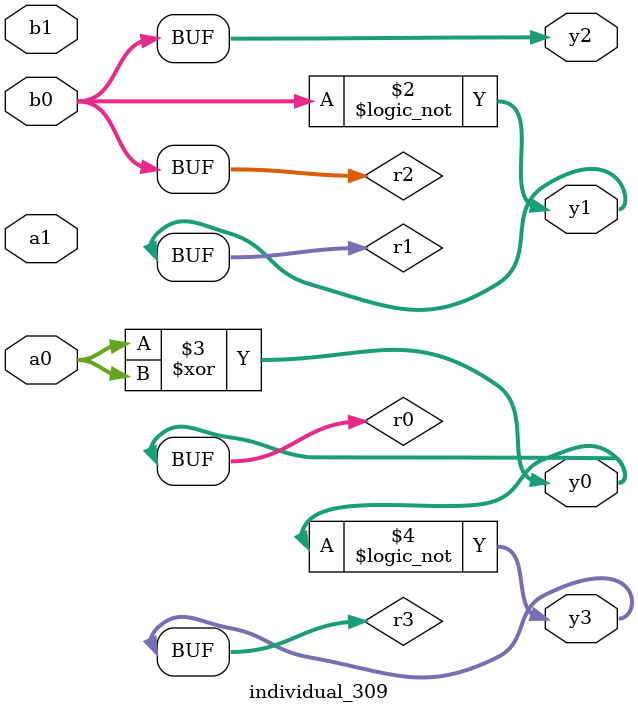
<source format=sv>
module individual_309(input logic [15:0] a1, input logic [15:0] a0, input logic [15:0] b1, input logic [15:0] b0, output logic [15:0] y3, output logic [15:0] y2, output logic [15:0] y1, output logic [15:0] y0);
logic [15:0] r0, r1, r2, r3; 
 always@(*) begin 
	 r0 = a0; r1 = a1; r2 = b0; r3 = b1; 
 	 r1 = ! b0 ;
 	 r0  ^=  r0 ;
 	 r3 = ! r0 ;
 	 y3 = r3; y2 = r2; y1 = r1; y0 = r0; 
end
endmodule
</source>
